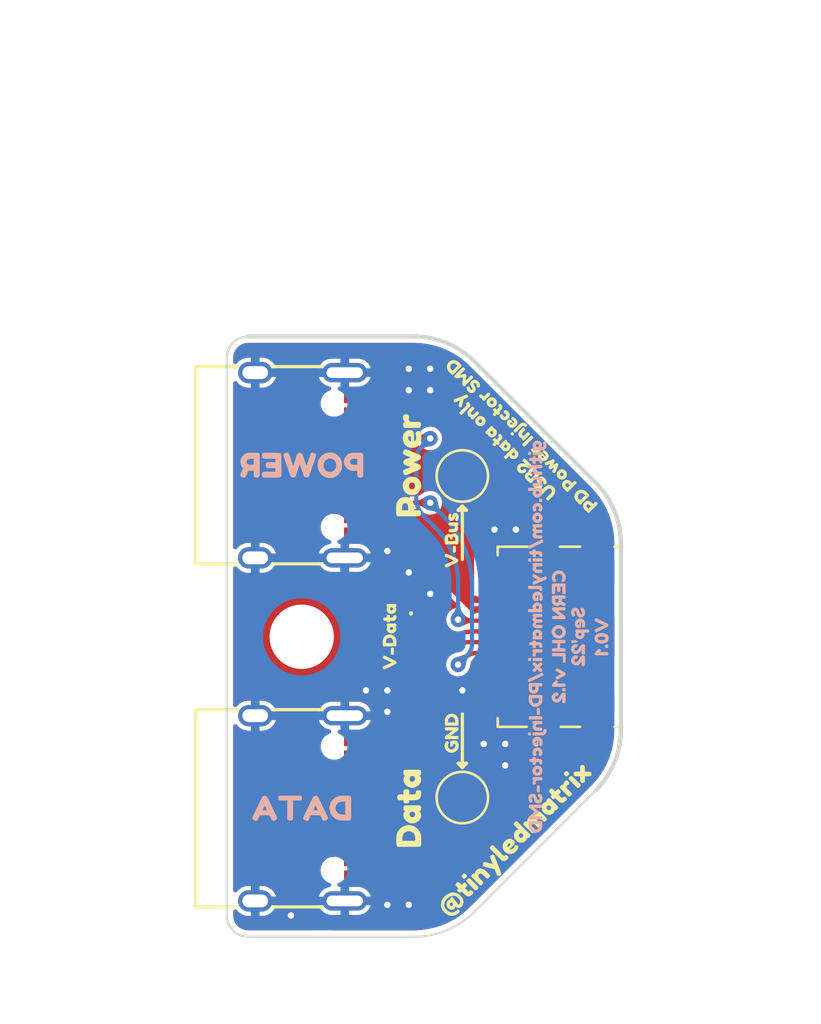
<source format=kicad_pcb>
(kicad_pcb (version 20221018) (generator pcbnew)
  (title_block (title "PD Buddy SMD") (date "2022-10-12") (rev "V0.1") (comment 4 "AISLER Project ID: BLITULCN"))
  (layers (0 "F.Cu" signal) (31 "B.Cu" signal) (34 "B.Paste" user) (35 "F.Paste" user) (36 "B.SilkS" user "B.Silkscreen") (37 "F.SilkS" user "F.Silkscreen") (38 "B.Mask" user) (39 "F.Mask" user) (44 "Edge.Cuts" user))
  (net 0 "")
  (net 1 "GND")
  (net 4 "VBUS")
  (net 11 "/D+")
  (net 12 "/D-")
  (net 13 "/CC1P")
  (net 14 "/CC2P")
  (net 15 "/CC1D")
  (net 16 "/CC2D")
  (net 18 "Net-(D1-Pad2)")
  (net 19 "Net-(R3-Pad1)")
  (footprint "Connector_USB_Extra:USB_C_Plug_UTC009-C12" (layer "F.Cu") (at 169.4 86 90)
    (fp_text reference "P1" hide)
    (fp_text value "USB_C_Plug_USB2.0")
    (pad "A1" smd rect (at 2.75 -0.2 90) (size 0.35 1.9) (layers "F.Cu" "F.Paste" "F.Mask") (net 1 "GND"))
    (pad "A4" smd rect (at 1.25 -0.2 90) (size 0.35 1.9) (layers "F.Cu" "F.Paste" "F.Mask") (net 4 "VBUS"))
    (pad "A5" smd rect (at 0.75 -0.2 90) (size 0.35 1.9) (layers "F.Cu" "F.Paste" "F.Mask") (net 13 "/CC1P"))
    (pad "A6" smd rect (at 0.25 -0.2 90) (size 0.35 1.9) (layers "F.Cu" "F.Paste" "F.Mask") (net 11 "/D+"))
    (pad "A7" smd rect (at -0.25 -0.2 90) (size 0.35 1.9) (layers "F.Cu" "F.Paste" "F.Mask") (net 12 "/D-"))
    (pad "A10" smd rect (at -1.75 -0.2 90) (size 0.35 1.9) (layers "F.Cu" "F.Paste" "F.Mask"))
    (pad "A11" smd rect (at -2.25 -0.2 90) (size 0.35 1.9) (layers "F.Cu" "F.Paste" "F.Mask"))
    (pad "B2" smd rect (at -2.75 -0.2 90) (size 0.35 1.9) (layers "F.Cu" "F.Paste" "F.Mask"))
    (pad "B3" smd rect (at -1.25 -0.2 90) (size 0.35 1.9) (layers "F.Cu" "F.Paste" "F.Mask"))
    (pad "B5" smd rect (at -0.75 -0.2 90) (size 0.35 1.9) (layers "F.Cu" "F.Paste" "F.Mask") (net 14 "/CC2P"))
    (pad "B9" smd rect (at 1.75 -0.2 90) (size 0.35 1.9) (layers "F.Cu" "F.Paste" "F.Mask") (net 4 "VBUS"))
    (pad "B12" smd rect (at 2.25 -0.2 90) (size 0.35 1.9) (layers "F.Cu" "F.Paste" "F.Mask") (net 1 "GND"))
    (pad "S1" smd rect (at -4.55 1.9 90) (size 1.5 1.4) (layers "F.Cu" "F.Paste" "F.Mask") (net 1 "GND"))
    (pad "S1" smd roundrect (at -4.55 4.4 90) (size 1.5 1.4) (layers "F.Cu" "F.Paste" "F.Mask") (roundrect_rratio 0.1) (net 1 "GND"))
    (pad "S1" smd rect (at -3.4 -0.1 90) (size 0.65 2.1) (layers "F.Cu" "F.Paste" "F.Mask") (net 1 "GND"))
    (pad "S1" smd rect (at -1.75 4.5 90) (size 1.2 1.2) (layers "F.Cu" "F.Paste" "F.Mask") (net 1 "GND"))
    (pad "S1" smd rect (at -1.25 2.75 90) (size 1.2 1.2) (layers "F.Cu" "F.Paste" "F.Mask") (net 1 "GND"))
    (pad "S1" smd rect (at 1.25 2.75 90) (size 1.2 1.2) (layers "F.Cu" "F.Paste" "F.Mask") (net 1 "GND"))
    (pad "S1" smd rect (at 1.75 4.5 90) (size 1.2 1.2) (layers "F.Cu" "F.Paste" "F.Mask") (net 1 "GND"))
    (pad "S1" smd rect (at 3.4 -0.1 90) (size 0.65 2.1) (layers "F.Cu" "F.Paste" "F.Mask") (net 1 "GND"))
    (pad "S1" smd rect (at 4.55 1.9 90) (size 1.5 1.3) (layers "F.Cu" "F.Paste" "F.Mask") (net 1 "GND"))
    (pad "S1" smd roundrect (at 4.55 4.4 90) (size 1.5 1.4) (layers "F.Cu" "F.Paste" "F.Mask") (roundrect_rratio 0.1) (net 1 "GND"))
  )
  (footprint "Resistor_SMD:R_0402_1005Metric" (layer "F.Cu") (at 165.1 91 90)
    (fp_text reference "R1" hide)
    (fp_text value "5.1k")
    (pad "1" smd roundrect (at -0.485 0 90) (size 0.59 0.64) (layers "F.Cu" "F.Paste" "F.Mask") (net 15 "/CC1D"))
    (pad "2" smd roundrect (at 0.485 0 90) (size 0.59 0.64) (layers "F.Cu" "F.Paste" "F.Mask") (net 1 "GND"))
  )
  (footprint "Resistor_SMD:R_0402_1005Metric" (layer "F.Cu") (at 165 97.1 90)
    (fp_text reference "R2" hide)
    (fp_text value "5.1k")
    (pad "1" smd roundrect (at -0.485 0 90) (size 0.59 0.64) (layers "F.Cu" "F.Paste" "F.Mask") (net 1 "GND"))
    (pad "2" smd roundrect (at 0.485 0 90) (size 0.59 0.64) (layers "F.Cu" "F.Paste" "F.Mask") (net 16 "/CC2D"))
  )
  (footprint "kibuzzard-63322190" (layer "F.Cu") (at 165 78 90)
    (fp_text reference "kibuzzard-63322190" hide)
    (fp_text value "G***" hide)
  )
  (footprint "Connector_USB_Extra:USB_C_Receptacle_GT-USB-7010" (layer "F.Cu") (at 159.7 78 -90)
    (fp_text reference "USB-C1" hide)
    (fp_text value "USB_C_Receptacle_USB2.0")
    (pad "" np_thru_hole circle (at -2.89 -1.81 270) (size 0.65 0.65) (drill 0.65) (layers "*.Cu" "*.Mask"))
    (pad "" np_thru_hole circle (at 2.89 -1.81 270) (size 0.65 0.65) (drill 0.65) (layers "*.Cu" "*.Mask"))
    (pad "A1" smd rect (at -3.35 -3.15 270) (size 0.3 1.75) (layers "F.Cu" "F.Paste" "F.Mask") (net 1 "GND"))
    (pad "A4" smd rect (at -2.55 -3.15 270) (size 0.3 1.75) (layers "F.Cu" "F.Paste" "F.Mask") (net 4 "VBUS"))
    (pad "A5" smd rect (at -1.25 -3.15 270) (size 0.3 1.75) (layers "F.Cu" "F.Paste" "F.Mask") (net 13 "/CC1P"))
    (pad "A6" smd rect (at -0.25 -3.15 270) (size 0.3 1.75) (layers "F.Cu" "F.Paste" "F.Mask"))
    (pad "A7" smd rect (at 0.25 -3.15 270) (size 0.3 1.75) (layers "F.Cu" "F.Paste" "F.Mask"))
    (pad "A8" smd rect (at 1.25 -3.15 270) (size 0.3 1.75) (layers "F.Cu" "F.Paste" "F.Mask"))
    (pad "A9" smd rect (at 2.55 -3.15 270) (size 0.3 1.75) (layers "F.Cu" "F.Paste" "F.Mask") (net 4 "VBUS"))
    (pad "A12" smd rect (at 3.35 -3.15 270) (size 0.3 1.75) (layers "F.Cu" "F.Paste" "F.Mask") (net 1 "GND"))
    (pad "B1" smd rect (at 3.05 -3.15 270) (size 0.3 1.75) (layers "F.Cu" "F.Paste" "F.Mask") (net 1 "GND"))
    (pad "B4" smd rect (at 2.25 -3.15 270) (size 0.3 1.75) (layers "F.Cu" "F.Paste" "F.Mask") (net 4 "VBUS"))
    (pad "B5" smd rect (at 1.75 -3.15 270) (size 0.3 1.75) (layers "F.Cu" "F.Paste" "F.Mask") (net 14 "/CC2P"))
    (pad "B6" smd rect (at 0.75 -3.15 270) (size 0.3 1.75) (layers "F.Cu" "F.Paste" "F.Mask"))
    (pad "B7" smd rect (at -0.75 -3.15 270) (size 0.3 1.75) (layers "F.Cu" "F.Paste" "F.Mask"))
    (pad "B8" smd rect (at -1.75 -3.15 270) (size 0.3 1.75) (layers "F.Cu" "F.Paste" "F.Mask"))
    (pad "B9" smd rect (at -2.25 -3.15 270) (size 0.3 1.75) (layers "F.Cu" "F.Paste" "F.Mask") (net 4 "VBUS"))
    (pad "B12" smd rect (at -3.05 -3.15 270) (size 0.3 1.75) (layers "F.Cu" "F.Paste" "F.Mask") (net 1 "GND"))
    (pad "S1" thru_hole oval (at -4.32 -2.31 270) (size 0.9 2.1) (drill oval 0.5 1.7) (layers "*.Cu" "*.Paste" "*.Mask") (net 1 "GND"))
    (pad "S1" thru_hole oval (at -4.32 1.87 270) (size 1 1.6) (drill oval 0.6 1.2) (layers "*.Cu" "*.Paste" "*.Mask") (net 1 "GND"))
    (pad "S1" thru_hole oval (at 4.32 -2.31 270) (size 0.9 2.1) (drill oval 0.5 1.7) (layers "*.Cu" "*.Paste" "*.Mask") (net 1 "GND"))
    (pad "S1" thru_hole oval (at 4.32 1.87 270) (size 1 1.6) (drill oval 0.6 1.2) (layers "*.Cu" "*.Paste" "*.Mask") (net 1 "GND"))
  )
  (footprint "LED_SMD:LED_0402_1005Metric" (layer "F.Cu") (at 165.1 86 -90)
    (fp_text reference "D1" hide)
    (fp_text value "LED")
    (pad "1" smd roundrect (at -0.485 0 270) (size 0.59 0.64) (layers "F.Cu" "F.Paste" "F.Mask") (net 1 "GND"))
    (pad "2" smd roundrect (at 0.485 0 270) (size 0.59 0.64) (layers "F.Cu" "F.Paste" "F.Mask") (net 18 "Net-(D1-Pad2)"))
  )
  (footprint "kibuzzard-63337211" (layer "F.Cu") (at 170 95.5 45)
    (fp_text reference "kibuzzard-63337211" hide)
    (fp_text value "G***" hide)
  )
  (footprint "TestPoint:TestPoint_Pad_D2.0mm" (layer "F.Cu") (at 167.5 78.5)
    (fp_text reference "TP1" hide)
    (fp_text value "TestPoint")
    (pad "1" smd circle (at 0 0) (size 2 2) (layers "F.Cu" "F.Mask") (net 4 "VBUS"))
  )
  (footprint "kibuzzard-6334B7AE" (layer "F.Cu") (at 164.1 86 90)
    (fp_text reference "kibuzzard-6334B7AE" hide)
    (fp_text value "G***" hide)
  )
  (footprint "kibuzzard-6334B838" (layer "F.Cu") (at 167 81.5 90)
    (fp_text reference "kibuzzard-6334B838" hide)
    (fp_text value "G***" hide)
  )
  (footprint "kibuzzard-63322175" (layer "F.Cu") (at 165 94 90)
    (fp_text reference "kibuzzard-63322175" hide)
    (fp_text value "G***" hide)
  )
  (footprint "kibuzzard-6334B4B7" (layer "F.Cu") (at 172.2 78.6 135)
    (fp_text reference "kibuzzard-6334B4B7" hide)
    (fp_text value "G***" hide)
  )
  (footprint "TestPoint:TestPoint_Pad_D2.0mm" (layer "F.Cu") (at 167.5 93.5)
    (fp_text reference "TP2" hide)
    (fp_text value "TestPoint")
    (pad "1" smd circle (at 0 0) (size 2 2) (layers "F.Cu" "F.Mask") (net 1 "GND"))
  )
  (footprint "kibuzzard-6334B904" (layer "F.Cu") (at 167 90.5 90)
    (fp_text reference "kibuzzard-6334B904" hide)
    (fp_text value "G***" hide)
  )
  (footprint "Resistor_SMD:R_0402_1005Metric" (layer "F.Cu") (at 165.1 88 90)
    (fp_text reference "R3" hide)
    (fp_text value "5.1k")
    (pad "1" smd roundrect (at -0.485 0 90) (size 0.59 0.64) (layers "F.Cu" "F.Paste" "F.Mask") (net 19 "Net-(R3-Pad1)"))
    (pad "2" smd roundrect (at 0.485 0 90) (size 0.59 0.64) (layers "F.Cu" "F.Paste" "F.Mask") (net 18 "Net-(D1-Pad2)"))
  )
  (footprint "kibuzzard-6334B4C9" (layer "F.Cu") (at 168.8 75 135)
    (fp_text reference "kibuzzard-6334B4C9" hide)
    (fp_text value "G***" hide)
  )
  (footprint "kibuzzard-6334B502" (layer "F.Cu") (at 169.5 77.1 135)
    (fp_text reference "kibuzzard-6334B502" hide)
    (fp_text value "G***" hide)
  )
  (footprint "Eagle_WA-SMSI (rev21a):WA-SMSI_9774005243" (layer "F.Cu") (at 160 86)
    (fp_text reference "H2" hide)
    (fp_text value "M2x0.5mm SMD Spaccer")
    (pad "" np_thru_hole circle (at 0 0) (size 3 3) (drill 3) (layers "*.Cu" "*.Mask"))
    (pad "1" smd roundrect (at 0 0) (size 5.3 5.3) (layers "F.Cu" "F.Mask") (roundrect_rratio 0.5) (net 1 "GND"))
  )
  (footprint "Connector_USB_Extra:USB_C_Receptacle_GT-USB-7010" (layer "F.Cu") (at 159.7 94 -90)
    (fp_text reference "USB-C2" hide)
    (fp_text value "USB_C_Receptacle_USB2.0")
    (pad "" np_thru_hole circle (at -2.89 -1.81 270) (size 0.65 0.65) (drill 0.65) (layers "*.Cu" "*.Mask"))
    (pad "" np_thru_hole circle (at 2.89 -1.81 270) (size 0.65 0.65) (drill 0.65) (layers "*.Cu" "*.Mask"))
    (pad "A1" smd rect (at -3.35 -3.15 270) (size 0.3 1.75) (layers "F.Cu" "F.Paste" "F.Mask") (net 1 "GND"))
    (pad "A4" smd rect (at -2.55 -3.15 270) (size 0.3 1.75) (layers "F.Cu" "F.Paste" "F.Mask") (net 19 "Net-(R3-Pad1)"))
    (pad "A5" smd rect (at -1.25 -3.15 270) (size 0.3 1.75) (layers "F.Cu" "F.Paste" "F.Mask") (net 15 "/CC1D"))
    (pad "A6" smd rect (at -0.25 -3.15 270) (size 0.3 1.75) (layers "F.Cu" "F.Paste" "F.Mask") (net 11 "/D+"))
    (pad "A7" smd rect (at 0.25 -3.15 270) (size 0.3 1.75) (layers "F.Cu" "F.Paste" "F.Mask") (net 12 "/D-"))
    (pad "A8" smd rect (at 1.25 -3.15 270) (size 0.3 1.75) (layers "F.Cu" "F.Paste" "F.Mask"))
    (pad "A9" smd rect (at 2.55 -3.15 270) (size 0.3 1.75) (layers "F.Cu" "F.Paste" "F.Mask"))
    (pad "A12" smd rect (at 3.35 -3.15 270) (size 0.3 1.75) (layers "F.Cu" "F.Paste" "F.Mask") (net 1 "GND"))
    (pad "B1" smd rect (at 3.05 -3.15 270) (size 0.3 1.75) (layers "F.Cu" "F.Paste" "F.Mask") (net 1 "GND"))
    (pad "B4" smd rect (at 2.25 -3.15 270) (size 0.3 1.75) (layers "F.Cu" "F.Paste" "F.Mask"))
    (pad "B5" smd rect (at 1.75 -3.15 270) (size 0.3 1.75) (layers "F.Cu" "F.Paste" "F.Mask") (net 16 "/CC2D"))
    (pad "B6" smd rect (at 0.75 -3.15 270) (size 0.3 1.75) (layers "F.Cu" "F.Paste" "F.Mask") (net 11 "/D+"))
    (pad "B7" smd rect (at -0.75 -3.15 270) (size 0.3 1.75) (layers "F.Cu" "F.Paste" "F.Mask") (net 12 "/D-"))
    (pad "B8" smd rect (at -1.75 -3.15 270) (size 0.3 1.75) (layers "F.Cu" "F.Paste" "F.Mask"))
    (pad "B9" smd rect (at -2.25 -3.15 270) (size 0.3 1.75) (layers "F.Cu" "F.Paste" "F.Mask") (net 19 "Net-(R3-Pad1)"))
    (pad "B12" smd rect (at -3.05 -3.15 270) (size 0.3 1.75) (layers "F.Cu" "F.Paste" "F.Mask") (net 1 "GND"))
    (pad "S1" thru_hole oval (at -4.32 -2.31 270) (size 0.9 2.1) (drill oval 0.5 1.7) (layers "*.Cu" "*.Paste" "*.Mask") (net 1 "GND"))
    (pad "S1" thru_hole oval (at -4.32 1.87 270) (size 1 1.6) (drill oval 0.6 1.2) (layers "*.Cu" "*.Paste" "*.Mask") (net 1 "GND"))
    (pad "S1" thru_hole oval (at 4.32 -2.31 270) (size 0.9 2.1) (drill oval 0.5 1.7) (layers "*.Cu" "*.Paste" "*.Mask") (net 1 "GND"))
    (pad "S1" thru_hole oval (at 4.32 1.87 270) (size 1 1.6) (drill oval 0.6 1.2) (layers "*.Cu" "*.Paste" "*.Mask") (net 1 "GND"))
  )
  (footprint "kibuzzard-633372D7" (layer "B.Cu") (at 174 86 -90)
    (fp_text reference "kibuzzard-633372D7" hide)
    (fp_text value "G***" hide)
  )
  (footprint "kibuzzard-633372BC" (layer "B.Cu") (at 173 86 -90)
    (fp_text reference "kibuzzard-633372BC" hide)
    (fp_text value "G***" hide)
  )
  (footprint "kibuzzard-63337259" (layer "B.Cu") (at 171 86 -90)
    (fp_text reference "kibuzzard-63337259" hide)
    (fp_text value "G***" hide)
  )
  (footprint "kibuzzard-6333729D" (layer "B.Cu") (at 172 86 -90)
    (fp_text reference "kibuzzard-6333729D" hide)
    (fp_text value "G***" hide)
  )
  (footprint "kibuzzard-63336840" (layer "B.Cu") (at 160 94 180)
    (fp_text reference "kibuzzard-63336840" hide)
    (fp_text value "G***" hide)
  )
  (footprint "kibuzzard-6333684F" (layer "B.Cu") (at 160 78 180)
    (fp_text reference "kibuzzard-6333684F" hide)
    (fp_text value "G***" hide)
  )
  (gr_line (start 167.5 79.9) (end 167.7 80.1) (stroke (width 0.15)) (layer "F.SilkS"))
  (gr_line (start 167.5 82.4) (end 167.5 79.9) (stroke (width 0.15)) (layer "F.SilkS"))
  (gr_line (start 167.3 91.9) (end 167.7 91.9) (stroke (width 0.15)) (layer "F.SilkS"))
  (gr_line (start 167.3 80.1) (end 167.5 79.9) (stroke (width 0.15)) (layer "F.SilkS"))
  (gr_line (start 167.5 92.1) (end 167.3 91.9) (stroke (width 0.15)) (layer "F.SilkS"))
  (gr_line (start 167.5 89.6) (end 167.5 92.1) (stroke (width 0.15)) (layer "F.SilkS"))
  (gr_line (start 167.7 80.1) (end 167.3 80.1) (stroke (width 0.15)) (layer "F.SilkS"))
  (gr_line (start 167.7 91.9) (end 167.5 92.1) (stroke (width 0.15)) (layer "F.SilkS"))
  (gr_line (start 173.728427 78.82132) (end 168.071574 73.164466) (stroke (width 0.2)) (layer "Edge.Cuts"))
  (gr_line (start 157.5 99.992893) (end 165.243147 99.992892) (stroke (width 0.1)) (layer "Edge.Cuts"))
  (gr_line (start 165.243147 71.992894) (end 157.5 71.992893) (stroke (width 0.2)) (layer "Edge.Cuts"))
  (gr_arc (start 173.728427 78.82132) (mid 174.595518 80.119013) (end 174.9 81.649747) (stroke (width 0.2)) (layer "Edge.Cuts"))
  (gr_arc (start 165.243147 71.992894) (mid 166.77388 72.297376) (end 168.071574 73.164466) (stroke (width 0.2)) (layer "Edge.Cuts"))
  (gr_arc (start 157.5 99.992893) (mid 156.792894 99.699999) (end 156.500001 98.992893) (stroke (width 0.1)) (layer "Edge.Cuts"))
  (gr_line (start 156.500001 72.992893) (end 156.500001 98.992893) (stroke (width 0.1)) (layer "Edge.Cuts"))
  (gr_line (start 168.071574 98.82132) (end 173.728427 93.164466) (stroke (width 0.1)) (layer "Edge.Cuts"))
  (gr_arc (start 168.071574 98.82132) (mid 166.773881 99.688411) (end 165.243147 99.992892) (stroke (width 0.1)) (layer "Edge.Cuts"))
  (gr_arc (start 174.9 90.336039) (mid 174.595518 91.866772) (end 173.728427 93.164466) (stroke (width 0.2)) (layer "Edge.Cuts"))
  (gr_line (start 174.9 90.336039) (end 174.9 81.649747) (stroke (width 0.2)) (layer "Edge.Cuts"))
  (gr_arc (start 156.500001 72.992893) (mid 156.792894 72.285787) (end 157.5 71.992893) (stroke (width 0.1)) (layer "Edge.Cuts"))
  (gr_text "A" (at 158 78) (layer "F.Cu") (effects (font (size 1 1) (thickness 0.2))))
  (via (at 163 88.5) (size 0.7) (drill 0.3) (layers "F.Cu" "B.Cu") (net 1))
  (via (at 164 88.5) (size 0.7) (drill 0.3) (layers "F.Cu" "B.Cu") (net 1))
  (via (at 165 74.5) (size 0.7) (drill 0.3) (layers "F.Cu" "B.Cu") (net 1))
  (via (at 170 81) (size 0.7) (drill 0.3) (layers "F.Cu" "B.Cu") (net 1))
  (via (at 164 82) (size 0.7) (drill 0.3) (layers "F.Cu" "B.Cu") (net 1))
  (via (at 164 98.5) (size 0.7) (drill 0.3) (layers "F.Cu" "B.Cu") (net 1))
  (via (at 165 73.5) (size 0.7) (drill 0.3) (layers "F.Cu" "B.Cu") (net 1))
  (via (at 169.5 92) (size 0.7) (drill 0.3) (layers "F.Cu" "B.Cu") (net 1))
  (via (at 164 89.5) (size 0.7) (drill 0.3) (layers "F.Cu" "B.Cu") (net 1))
  (via (at 169 81) (size 0.7) (drill 0.3) (layers "F.Cu" "B.Cu") (net 1))
  (via (at 165 98.5) (size 0.7) (drill 0.3) (layers "F.Cu" "B.Cu") (net 1))
  (via (at 167.5 88.5) (size 0.7) (drill 0.3) (layers "F.Cu" "B.Cu") (net 1))
  (via (at 166 74.5) (size 0.7) (drill 0.3) (layers "F.Cu" "B.Cu") (net 1))
  (via (at 168.5 91) (size 0.7) (drill 0.3) (layers "F.Cu" "B.Cu") (net 1))
  (via (at 165 83) (size 0.7) (drill 0.3) (layers "F.Cu" "B.Cu") (net 1))
  (via (at 159.5 99) (size 0.7) (drill 0.3) (layers "F.Cu" "B.Cu") (net 1))
  (via (at 166 84) (size 0.7) (drill 0.3) (layers "F.Cu" "B.Cu") (net 1))
  (via (at 169.5 91) (size 0.7) (drill 0.3) (layers "F.Cu" "B.Cu") (net 1))
  (via (at 166 73.5) (size 0.7) (drill 0.3) (layers "F.Cu" "B.Cu") (net 1))
  (segment (start 160.828604 98.828604) (end 160.886968 98.886968) (width 0.2) (layer "F.Cu") (net 11))
  (segment (start 164.3 94.5) (end 164.05 94.75) (width 0.2) (layer "F.Cu") (net 11))
  (segment (start 165.965685 94.731371) (end 165.834314 94.6) (width 0.2) (layer "F.Cu") (net 11))
  (segment (start 161.35 94.75) (end 160.66 95.44) (width 0.2) (layer "F.Cu") (net 11))
  (segment (start 166.568272 86.427382) (end 166.955367 86.040287) (width 0.2) (layer "F.Cu") (net 11))
  (segment (start 165.834315 92.4) (end 165.965686 92.268629) (width 0.2) (layer "F.Cu") (net 11))
  (segment (start 167.634477 85.789135) (end 167.892211 85.752079) (width 0.2) (layer "F.Cu") (net 11))
  (segment (start 167.38464 85.862493) (end 167.634477 85.789135) (width 0.2) (layer "F.Cu") (net 11))
  (segment (start 165.6 94.034315) (end 165.6 92.965686) (width 0.2) (layer "F.Cu") (net 11))
  (segment (start 166.2 91.702944) (end 166.2 87.316469) (width 0.2) (layer "F.Cu") (net 11))
  (segment (start 164.05 94.75) (end 162.85 94.75) (width 0.2) (layer "F.Cu") (net 11))
  (segment (start 162.85 94.75) (end 161.35 94.75) (width 0.2) (layer "F.Cu") (net 11))
  (segment (start 160.66 95.44) (end 160.66 98.421559) (width 0.2) (layer "F.Cu") (net 11))
  (segment (start 168.022403 85.75) (end 169.2 85.75) (width 0.2) (layer "F.Cu") (net 11))
  (segment (start 164.15 93.75) (end 164.3 93.9) (width 0.2) (layer "F.Cu") (net 11))
  (segment (start 166.2 97.78284) (end 166.2 95.297057) (width 0.2) (layer "F.Cu") (net 11))
  (segment (start 167.892211 85.752079) (end 168.022403 85.75) (width 0.2) (layer "F.Cu") (net 11))
  (segment (start 162.85 93.75) (end 164.15 93.75) (width 0.2) (layer "F.Cu") (net 11))
  (segment (start 161.642696 99.2) (end 164.885829 99.2) (width 0.2) (layer "F.Cu") (net 11))
  (segment (start 164.3 93.9) (end 164.3 94.5) (width 0.2) (layer "F.Cu") (net 11))
  (arc (start 165.763573 98.836427) (mid 166.086584 98.353021) (end 166.2 97.78284) (width 0.2) (layer "F.Cu") (net 11))
  (arc (start 166.2 87.316469) (mid 166.295711 86.835299) (end 166.568272 86.427382) (width 0.2) (layer "F.Cu") (net 11))
  (arc (start 165.6 92.965686) (mid 165.660896 92.659539) (end 165.834315 92.4) (width 0.2) (layer "F.Cu") (net 11))
  (arc (start 166.2 95.297057) (mid 166.139103 94.99091) (end 165.965685 94.731371) (width 0.2) (layer "F.Cu") (net 11))
  (arc (start 165.965686 92.268629) (mid 166.139104 92.00909) (end 166.2 91.702944) (width 0.2) (layer "F.Cu") (net 11))
  (arc (start 160.66 98.421559) (mid 160.703819 98.64185) (end 160.828604 98.828604) (width 0.2) (layer "F.Cu") (net 11))
  (arc (start 165.834314 94.6) (mid 165.660896 94.340461) (end 165.6 94.034315) (width 0.2) (layer "F.Cu") (net 11))
  (arc (start 165.763573 98.836427) (mid 165.360861 99.105511) (end 164.885829 99.2) (width 0.2) (layer "F.Cu") (net 11))
  (arc (start 160.886968 98.886968) (mid 161.233699 99.118646) (end 161.642696 99.2) (width 0.2) (layer "F.Cu") (net 11))
  (arc (start 167.38464 85.862493) (mid 167.152301 85.9087) (end 166.955367 86.040287) (width 0.2) (layer "F.Cu") (net 11))
  (segment (start 161.284314 94.25) (end 162.85 94.25) (width 0.2) (layer "F.Cu") (net 12))
  (segment (start 161.553501 99.6) (end 165.240042 99.6) (width 0.2) (layer "F.Cu") (net 12))
  (segment (start 166.6 91.868629) (end 166.6 87.486261) (width 0.2) (layer "F.Cu") (net 12))
  (segment (start 161.284314 93.690686) (end 161.284314 94.25) (width 0.2) (layer "F.Cu") (net 12))
  (segment (start 166.6 98.228739) (end 166.6 95.131371) (width 0.2) (layer "F.Cu") (net 12))
  (segment (start 162.85 93.25) (end 161.725 93.25) (width 0.2) (layer "F.Cu") (net 12))
  (segment (start 167.836261 86.25) (end 169.2 86.25) (width 0.2) (layer "F.Cu") (net 12))
  (segment (start 160.520822 99.086507) (end 160.667193 99.232878) (width 0.2) (layer "F.Cu") (net 12))
  (segment (start 161.725 93.25) (end 161.284314 93.690686) (width 0.2) (layer "F.Cu") (net 12))
  (segment (start 160.26 95.274314) (end 160.26 98.456827) (width 0.2) (layer "F.Cu") (net 12))
  (segment (start 166.365685 94.565685) (end 166.234314 94.434314) (width 0.2) (layer "F.Cu") (net 12))
  (segment (start 166.234315 92.565685) (end 166.365686 92.434314) (width 0.2) (layer "F.Cu") (net 12))
  (segment (start 161.284314 94.25) (end 160.26 95.274314) (width 0.2) (layer "F.Cu") (net 12))
  (segment (start 166 93.868629) (end 166 93.131371) (width 0.2) (layer "F.Cu") (net 12))
  (arc (start 166.196009 99.203991) (mid 166.495018 98.756516) (end 166.6 98.228739) (width 0.2) (layer "F.Cu") (net 12))
  (arc (start 166.365686 92.434314) (mid 166.539104 92.174775) (end 166.6 91.868629) (width 0.2) (layer "F.Cu") (net 12))
  (arc (start 166.196009 99.203991) (mid 165.757381 99.497093) (end 165.240042 99.6) (width 0.2) (layer "F.Cu") (net 12))
  (arc (start 160.520822 99.086507) (mid 160.327785 98.797607) (end 160.26 98.456827) (width 0.2) (layer "F.Cu") (net 12))
  (arc (start 160.667193 99.232878) (mid 161.073835 99.504587) (end 161.553501 99.6) (width 0.2) (layer "F.Cu") (net 12))
  (arc (start 166.6 87.486261) (mid 166.962092 86.612092) (end 167.836261 86.25) (width 0.2) (layer "F.Cu") (net 12))
  (arc (start 166.6 95.131371) (mid 166.539103 94.825224) (end 166.365685 94.565685) (width 0.2) (layer "F.Cu") (net 12))
  (arc (start 166 93.868629) (mid 166.060896 94.174775) (end 166.234314 94.434314) (width 0.2) (layer "F.Cu") (net 12))
  (arc (start 166 93.131371) (mid 166.060897 92.825224) (end 166.234315 92.565685) (width 0.2) (layer "F.Cu") (net 12))
  (segment (start 162.85 76.75) (end 166 76.75) (width 0.2) (layer "F.Cu") (net 13))
  (segment (start 169.2 85.25) (end 167.35 85.25) (width 0.2) (layer "F.Cu") (net 13))
  (segment (start 167.35 85.25) (end 167.3 85.2) (width 0.2) (layer "F.Cu") (net 13))
  (via (at 166 76.75) (size 0.7) (drill 0.3) (layers "F.Cu" "B.Cu") (net 13))
  (via (at 167.3 85.2) (size 0.7) (drill 0.3) (layers "F.Cu" "B.Cu") (net 13))
  (segment (start 165.67346 80.342699) (end 166.258147 80.927386) (width 0.2) (layer "B.Cu") (net 13))
  (segment (start 165.35 77.671053) (end 165.35 79.561798) (width 0.2) (layer "B.Cu") (net 13))
  (segment (start 167.3 83.442643) (end 167.3 85.2) (width 0.2) (layer "B.Cu") (net 13))
  (segment (start 166 76.75) (end 165.541663 77.208337) (width 0.2) (layer "B.Cu") (net 13))
  (arc (start 166.258147 80.927386) (mid 167.029231 82.081396) (end 167.3 83.442643) (width 0.2) (layer "B.Cu") (net 13))
  (arc (start 165.35 79.561798) (mid 165.434064 79.984419) (end 165.67346 80.342699) (width 0.2) (layer "B.Cu") (net 13))
  (arc (start 165.541663 77.208337) (mid 165.399812 77.420633) (end 165.35 77.671053) (width 0.2) (layer "B.Cu") (net 13))
  (segment (start 167.3 87.3) (end 167.589533 87.010467) (width 0.2) (layer "F.Cu") (net 14))
  (segment (start 162.85 79.75) (end 166 79.75) (width 0.2) (layer "F.Cu") (net 14))
  (segment (start 168.218356 86.75) (end 169.2 86.75) (width 0.2) (layer "F.Cu") (net 14))
  (via (at 166 79.75) (size 0.7) (drill 0.3) (layers "F.Cu" "B.Cu") (net 14))
  (via (at 167.3 87.3) (size 0.7) (drill 0.3) (layers "F.Cu" "B.Cu") (net 14))
  (arc (start 168.218356 86.75) (mid 167.878039 86.817693) (end 167.589533 87.010467) (width 0.2) (layer "F.Cu") (net 14))
  (segment (start 166 79.75) (end 166.571363 80.321363) (width 0.2) (layer "B.Cu") (net 14))
  (segment (start 167.730475 86.869525) (end 167.3 87.3) (width 0.2) (layer "B.Cu") (net 14))
  (segment (start 167.95 83.649686) (end 167.95 86.339544) (width 0.2) (layer "B.Cu") (net 14))
  (arc (start 167.95 86.339544) (mid 167.892947 86.626368) (end 167.730475 86.869525) (width 0.2) (layer "B.Cu") (net 14))
  (arc (start 166.571363 80.321363) (mid 167.591704 81.848411) (end 167.95 83.649686) (width 0.2) (layer "B.Cu") (net 14))
  (segment (start 162.85 92.75) (end 163.835 92.75) (width 0.2) (layer "F.Cu") (net 15))
  (segment (start 163.835 92.75) (end 165 91.585) (width 0.2) (layer "F.Cu") (net 15))
  (segment (start 164.135 95.75) (end 164.9 96.515) (width 0.2) (layer "F.Cu") (net 16))
  (segment (start 162.85 95.75) (end 164.135 95.75) (width 0.2) (layer "F.Cu") (net 16))
  (segment (start 165.1 86.485) (end 165.1 87.515) (width 0.2) (layer "F.Cu") (net 18))
  (segment (start 164.48 90.02) (end 164.48 91.22) (width 0.2) (layer "F.Cu") (net 19))
  (segment (start 164.85 89.65) (end 165.1 89.4) (width 0.2) (layer "F.Cu") (net 19))
  (segment (start 164.25 91.45) (end 162.85 91.45) (width 0.2) (layer "F.Cu") (net 19))
  (segment (start 165 89.5) (end 164.85 89.65) (width 0.2) (layer "F.Cu") (net 19))
  (segment (start 164.85 89.65) (end 164.48 90.02) (width 0.2) (layer "F.Cu") (net 19))
  (segment (start 165.1 89.4) (end 165.1 88.485) (width 0.2) (layer "F.Cu") (net 19))
  (segment (start 164.48 91.22) (end 164.25 91.45) (width 0.2) (layer "F.Cu") (net 19))
  (zone (net 14) (net_name "/CC2P") (layer "F.Cu") (priority 16962) (connect_pads yes (clearance 0)) (min_thickness 0.0254) (fill yes (thermal_gap 0.508) (thermal_bridge_width 0.508))
    (polygon (pts (xy 165.31 79.85) (xy 165.38933 79.85309) (xy 165.455527 79.861944) (xy 165.511384 79.875934) (xy 165.559693 79.894433) (xy 165.603248 79.916814) (xy 165.64484 79.94245) (xy 165.687263 79.970713) (xy 165.733308 80.000977) (xy 165.785769 80.032615) (xy 165.847439 80.065) (xy 166.175 79.75) (xy 165.847439 79.435) (xy 165.785769 79.467384) (xy 165.733308 79.499022) (xy 165.687263 79.529286) (xy 165.64484 79.557549) (xy 165.603248 79.583185) (xy 165.559693 79.605566) (xy 165.511384 79.624065) (xy 165.455527 79.638055) (xy 165.38933 79.646909) (xy 165.31 79.65)))
  )
  (zone (net 14) (net_name "/CC2P") (layer "F.Cu") (priority 16962) (connect_pads yes (clearance 0)) (min_thickness 0.0254) (fill yes (thermal_gap 0.508) (thermal_bridge_width 0.508))
    (polygon (pts (xy 167.785747 86.756102) (xy 167.704375 86.789279) (xy 167.635079 86.816478) (xy 167.575105 86.838953) (xy 167.521702 86.857958) (xy 167.472116 86.874748) (xy 167.423597 86.890577) (xy 167.373392 86.906701) (xy 167.318749 86.924373) (xy 167.256915 86.94485) (xy 167.185139 86.969385) (xy 167.176257 87.423743) (xy 167.630615 87.414861) (xy 167.648612 87.352242) (xy 167.6599 87.292969) (xy 167.667426 87.237056) (xy 167.674136 87.184516) (xy 167.682977 87.135364) (xy 167.696896 87.089611) (xy 167.718839 87.047273) (xy 167.751754 87.008361) (xy 167.798586 86.972891) (xy 167.862284 86.940876)))
  )
  (zone (net 13) (net_name "/CC1P") (layer "F.Cu") (priority 16962) (connect_pads yes (clearance 0)) (min_thickness 0.0254) (fill yes (thermal_gap 0.508) (thermal_bridge_width 0.508))
    (polygon (pts (xy 165.31 76.85) (xy 165.38933 76.85309) (xy 165.455527 76.861944) (xy 165.511384 76.875934) (xy 165.559693 76.894433) (xy 165.603248 76.916814) (xy 165.64484 76.94245) (xy 165.687263 76.970713) (xy 165.733308 77.000977) (xy 165.785769 77.032615) (xy 165.847439 77.065) (xy 166.175 76.75) (xy 165.847439 76.435) (xy 165.785769 76.467384) (xy 165.733308 76.499022) (xy 165.687263 76.529286) (xy 165.64484 76.557549) (xy 165.603248 76.583185) (xy 165.559693 76.605566) (xy 165.511384 76.624065) (xy 165.455527 76.638055) (xy 165.38933 76.646909) (xy 165.31 76.65)))
  )
  (zone (net 13) (net_name "/CC1P") (layer "F.Cu") (priority 16962) (connect_pads yes (clearance 0)) (min_thickness 0.0254) (fill yes (thermal_gap 0.508) (thermal_bridge_width 0.508))
    (polygon (pts (xy 168 85.15) (xy 167.923371 85.146897) (xy 167.859392 85.1379) (xy 167.805502 85.123477) (xy 167.75914 85.104092) (xy 167.717742 85.080214) (xy 167.678749 85.052308) (xy 167.639597 85.020841) (xy 167.597725 84.98628) (xy 167.550571 84.949091) (xy 167.495575 84.909742) (xy 167.126759 85.175252) (xy 167.40648 85.533409) (xy 167.476545 85.508525) (xy 167.5361 85.483128) (xy 167.588192 85.457954) (xy 167.63587 85.433742) (xy 167.682184 85.411229) (xy 167.730183 85.391155) (xy 167.782915 85.374257) (xy 167.843429 85.361273) (xy 167.914774 85.352941) (xy 168 85.35)))
  )
  (zone (net 4) (net_name "VBUS") (layer "F.Cu") (priority 3) (connect_pads (clearance 0.2)) (min_thickness 0.2) (fill yes (thermal_gap 0.2) (thermal_bridge_width 0.4))
    (polygon (pts (xy 168.2 77) (xy 168.2 79.4) (xy 168.2 84) (xy 170.15 84.075) (xy 170.2 84.9) (xy 168 84.925) (xy 163.8 80.7) (xy 161.975 80.7) (xy 161.3 80.5) (xy 161.3 75.7) (xy 161.2 75.3) (xy 166.5 75.3)))
  )
  (zone (net 1) (net_name "GND") (layers "F&B.Cu") (priority 2) (connect_pads (clearance 0.2)) (min_thickness 0.2) (fill yes (thermal_gap 0.2) (thermal_bridge_width 0.4))
    (polygon (pts (xy 181 102.6) (xy 149.5 102.6) (xy 149.5 56.3) (xy 181 56.3)))
  )
  (zone (net 13) (net_name "/CC1P") (layer "B.Cu") (priority 16962) (connect_pads yes (clearance 0)) (min_thickness 0.0254) (fill yes (thermal_gap 0.508) (thermal_bridge_width 0.508))
    (polygon (pts (xy 167.2 84.51) (xy 167.196909 84.58933) (xy 167.188055 84.655527) (xy 167.174065 84.711384) (xy 167.155566 84.759693) (xy 167.133185 84.803248) (xy 167.107549 84.84484) (xy 167.079286 84.887263) (xy 167.049022 84.933308) (xy 167.017384 84.985769) (xy 166.985 85.047439) (xy 167.3 85.375) (xy 167.615 85.047439) (xy 167.582615 84.985769) (xy 167.550977 84.933308) (xy 167.520713 84.887263) (xy 167.49245 84.84484) (xy 167.466814 84.803248) (xy 167.444433 84.759693) (xy 167.425934 84.711384) (xy 167.411944 84.655527) (xy 167.40309 84.58933) (xy 167.4 84.51)))
  )
  (zone (net 13) (net_name "/CC1P") (layer "B.Cu") (priority 16962) (connect_pads yes (clearance 0)) (min_thickness 0.0254) (fill yes (thermal_gap 0.508) (thermal_bridge_width 0.508))
    (polygon (pts (xy 165.582808 77.308614) (xy 165.641088 77.254704) (xy 165.694157 77.214156) (xy 165.743546 77.184552) (xy 165.790786 77.163473) (xy 165.83741 77.1485) (xy 165.884947 77.137217) (xy 165.934929 77.127205) (xy 165.988888 77.116046) (xy 166.048355 77.101322) (xy 166.114861 77.080615) (xy 166.123743 76.626257) (xy 165.669385 76.635139) (xy 165.648677 76.701644) (xy 165.633953 76.761111) (xy 165.622794 76.81507) (xy 165.612782 76.865052) (xy 165.601499 76.912589) (xy 165.586526 76.959213) (xy 165.565447 77.006453) (xy 165.535843 77.055842) (xy 165.495295 77.108911) (xy 165.441386 77.167192)))
  )
  (zone (net 14) (net_name "/CC2P") (layer "B.Cu") (priority 16962) (connect_pads yes (clearance 0)) (min_thickness 0.0254) (fill yes (thermal_gap 0.508) (thermal_bridge_width 0.508))
    (polygon (pts (xy 166.558614 80.167192) (xy 166.504704 80.108911) (xy 166.464156 80.055842) (xy 166.434552 80.006453) (xy 166.413473 79.959213) (xy 166.3985 79.912589) (xy 166.387217 79.865052) (xy 166.377205 79.81507) (xy 166.366046 79.761111) (xy 166.351322 79.701644) (xy 166.330615 79.635139) (xy 165.876257 79.626257) (xy 165.885139 80.080615) (xy 165.951644 80.101322) (xy 166.011111 80.116046) (xy 166.06507 80.127205) (xy 166.115052 80.137217) (xy 166.162589 80.1485) (xy 166.209213 80.163473) (xy 166.256453 80.184552) (xy 166.305842 80.214156) (xy 166.358911 80.254704) (xy 166.417192 80.308614)))
  )
  (zone (net 14) (net_name "/CC2P") (layer "B.Cu") (priority 16962) (connect_pads yes (clearance 0)) (min_thickness 0.0254) (fill yes (thermal_gap 0.508) (thermal_bridge_width 0.508))
    (polygon (pts (xy 167.717192 86.741386) (xy 167.658911 86.795295) (xy 167.605842 86.835843) (xy 167.556453 86.865447) (xy 167.509213 86.886526) (xy 167.462589 86.901499) (xy 167.415052 86.912782) (xy 167.36507 86.922794) (xy 167.311111 86.933953) (xy 167.251644 86.948677) (xy 167.185139 86.969385) (xy 167.176257 87.423743) (xy 167.630615 87.414861) (xy 167.651322 87.348355) (xy 167.666046 87.288888) (xy 167.677205 87.234929) (xy 167.687217 87.184947) (xy 167.6985 87.13741) (xy 167.713473 87.090786) (xy 167.734552 87.043546) (xy 167.764156 86.994157) (xy 167.804704 86.941088) (xy 167.858614 86.882808)))
  )
)
</source>
